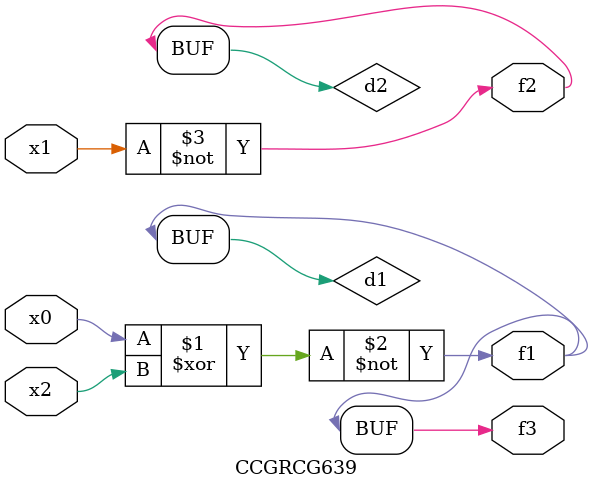
<source format=v>
module CCGRCG639(
	input x0, x1, x2,
	output f1, f2, f3
);

	wire d1, d2, d3;

	xnor (d1, x0, x2);
	nand (d2, x1);
	nor (d3, x1, x2);
	assign f1 = d1;
	assign f2 = d2;
	assign f3 = d1;
endmodule

</source>
